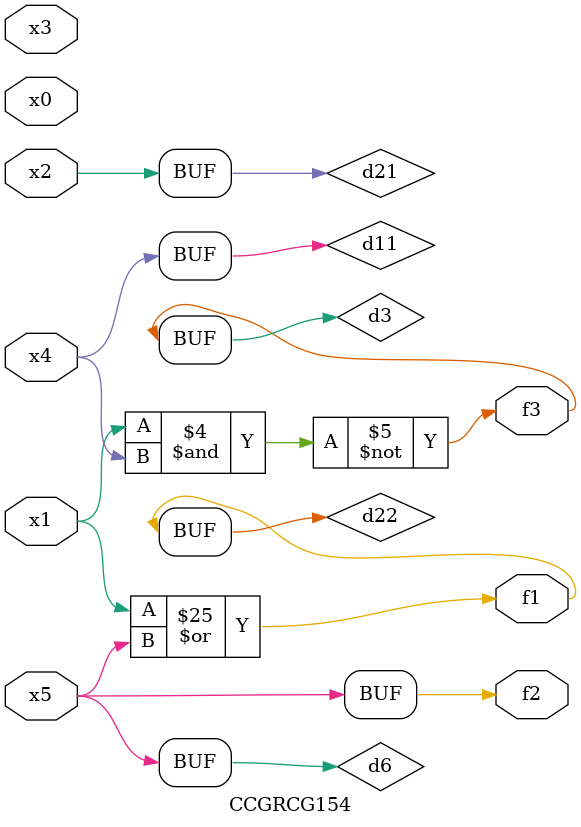
<source format=v>
module CCGRCG154( x0, x1, x2, x3, x4, x5, f1, f2, f3 );

	input x0, x1, x2, x3, x4, x5;
	output f1, f2, f3;

	wire d1, d2, d3, d4, d5, d6, d7, d8, d9, d10, d11, d12, d13, d14, d15, d16, d17, d18, d19, d20, d21, d22, d23, d24, d25, d26, d27;

	xor (d1, x1, x4);
	xnor (d2, x1, x4);
	nand (d3, x1, x4);
	not (d4, x1);
	nor (d5, x0);
	xor (d6, x5);
	xnor (d7, x5);
	xnor (d8, x1, x3);
	nand (d9, x0, x4);
	nor (d10, x2, x4);
	buf (d11, x4);
	nor (d12, x0, x4);
	xor (d13, x0, x3);
	nor (d14, x4, x5);
	not (d15, x3);
	and (d16, x1, x4);
	or (d17, x2, x3);
	xnor (d18, x1, x2);
	xor (d19, x1, x4);
	and (d20, x0, x2);
	xor (d21, x2);
	or (d22, x1, x5);
	nor (d23, x1, x5);
	nand (d24, x3, x4);
	xor (d25, x2, x5);
	and (d26, x4, x5);
	and (d27, x2, x4);
	assign f1 = d22;
	assign f2 = d6;
	assign f3 = d3;
endmodule

</source>
